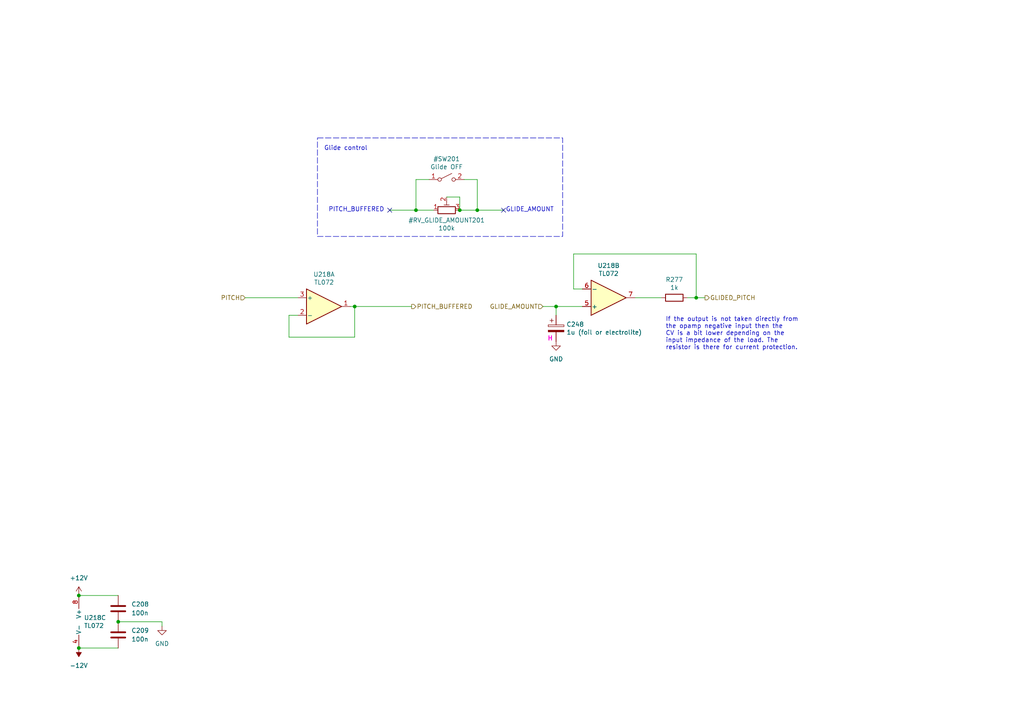
<source format=kicad_sch>
(kicad_sch (version 20231120) (generator "eeschema") (generator_version "8.0")
  (paper "A4")
  (title_block (title "Glide"))
  (lib_symbols
    (symbol "+12V_1" (power) (pin_names (offset 0))
      (property "Value" "+12V_1" (at 0 3.556 0))
      (symbol "+12V_1_0_1"
        (polyline (pts (xy -0.762 1.27) (xy 0 2.54)))
        (polyline (pts (xy 0 0) (xy 0 2.54)))
        (polyline (pts (xy 0 2.54) (xy 0.762 1.27)))
      )
      (symbol "+12V_1_1_1"
        (pin power_in line (at 0 0 90) (length 0) hide (name "+12V") (number "1"))
      )
    )
    (symbol "-12V_1" (power) (pin_names (offset 0))
      (property "Value" "-12V_1" (at 0 3.81 0))
      (symbol "-12V_1_0_0"
        (pin power_in line (at 0 0 90) (length 0) hide (name "-12V") (number "1"))
      )
      (symbol "-12V_1_0_1"
        (polyline (pts (xy 0 0) (xy 0 1.27) (xy 0.762 1.27) (xy 0 2.54) (xy -0.762 1.27) (xy 0 1.27)) (fill (type outline)))
      )
    )
    (symbol "Amplifier_Operational:TL072" (pin_names (offset 0.127))
      (property "Reference" "U" (at 0 5.08 0))
      (property "Value" "TL072" (at 0 -5.08 0))
      (symbol "TL072_1_1"
        (polyline (pts (xy -5.08 5.08) (xy 5.08 0) (xy -5.08 -5.08) (xy -5.08 5.08)) (stroke (width 0.254)) (fill (type background)))
        (pin output line (at 7.62 0 180) (length 2.54) (name "~") (number "1"))
        (pin input line (at -7.62 -2.54 0) (length 2.54) (name "-") (number "2"))
        (pin input line (at -7.62 2.54 0) (length 2.54) (name "+") (number "3"))
      )
      (symbol "TL072_2_1"
        (polyline (pts (xy -5.08 5.08) (xy 5.08 0) (xy -5.08 -5.08) (xy -5.08 5.08)) (stroke (width 0.254)) (fill (type background)))
        (pin input line (at -7.62 2.54 0) (length 2.54) (name "+") (number "5"))
        (pin input line (at -7.62 -2.54 0) (length 2.54) (name "-") (number "6"))
        (pin output line (at 7.62 0 180) (length 2.54) (name "~") (number "7"))
      )
      (symbol "TL072_3_1"
        (pin power_in line (at -2.54 -7.62 90) (length 3.81) (name "V-") (number "4"))
        (pin power_in line (at -2.54 7.62 270) (length 3.81) (name "V+") (number "8"))
      )
    )
    (symbol "Device:C" (pin_numbers hide) (pin_names (offset 0.254))
      (property "Reference" "C" (at 0.635 2.54 0))
      (property "Value" "C" (at 0.635 -2.54 0))
      (symbol "C_0_1"
        (polyline (pts (xy -2.032 -0.762) (xy 2.032 -0.762)) (stroke (width 0.508)))
        (polyline (pts (xy -2.032 0.762) (xy 2.032 0.762)) (stroke (width 0.508)))
      )
      (symbol "C_1_1"
        (pin passive line (at 0 3.81 270) (length 2.794) (name "~") (number "1"))
        (pin passive line (at 0 -3.81 90) (length 2.794) (name "~") (number "2"))
      )
    )
    (symbol "Device:C_Polarized" (pin_numbers hide) (pin_names (offset 0.254))
      (property "Reference" "C" (at 0.635 2.54 0))
      (property "Value" "C_Polarized" (at 0.635 -2.54 0))
      (symbol "C_Polarized_0_1"
        (rectangle (start -2.286 0.508) (end 2.286 1.016))
        (polyline (pts (xy -1.778 2.286) (xy -0.762 2.286)))
        (polyline (pts (xy -1.27 2.794) (xy -1.27 1.778)))
        (rectangle (start 2.286 -0.508) (end -2.286 -1.016) (fill (type outline)))
      )
      (symbol "C_Polarized_1_1"
        (pin passive line (at 0 3.81 270) (length 2.794) (name "~") (number "1"))
        (pin passive line (at 0 -3.81 90) (length 2.794) (name "~") (number "2"))
      )
    )
    (symbol "Device:R" (pin_numbers hide) (pin_names (offset 0))
      (property "Reference" "R" (at 2.032 0 90))
      (property "Value" "R" (at 0 0 90))
      (symbol "R_0_1"
        (rectangle (start -1.016 -2.54) (end 1.016 2.54) (stroke (width 0.254)))
      )
      (symbol "R_1_1"
        (pin passive line (at 0 3.81 270) (length 1.27) (name "~") (number "1"))
        (pin passive line (at 0 -3.81 90) (length 1.27) (name "~") (number "2"))
      )
    )
    (symbol "Device:R_Potentiometer_Trim" (pin_names (offset 1.016) hide)
      (property "Reference" "RV" (at -4.445 0 90))
      (property "Value" "R_Potentiometer_Trim" (at -2.54 0 90))
      (symbol "R_Potentiometer_Trim_0_1"
        (polyline (pts (xy 1.524 0.762) (xy 1.524 -0.762)))
        (polyline (pts (xy 2.54 0) (xy 1.524 0)))
        (rectangle (start 1.016 2.54) (end -1.016 -2.54) (stroke (width 0.254)))
      )
      (symbol "R_Potentiometer_Trim_1_1"
        (pin passive line (at 0 3.81 270) (length 1.27) (name "1") (number "1"))
        (pin passive line (at 3.81 0 180) (length 1.27) (name "2") (number "2"))
        (pin passive line (at 0 -3.81 90) (length 1.27) (name "3") (number "3"))
      )
    )
    (symbol "GND_2" (power) (pin_names (offset 0))
      (property "Value" "GND_2" (at 0 -3.81 0))
      (symbol "GND_2_0_1"
        (polyline (pts (xy 0 0) (xy 0 -1.27) (xy 1.27 -1.27) (xy 0 -2.54) (xy -1.27 -1.27) (xy 0 -1.27)))
      )
      (symbol "GND_2_1_1"
        (pin power_in line (at 0 0 270) (length 0) hide (name "GND") (number "1"))
      )
    )
    (symbol "Switch:SW_SPST" (pin_names (offset 0) hide)
      (property "Reference" "SW" (at 0 3.175 0))
      (property "Value" "SW_SPST" (at 0 -2.54 0))
      (symbol "SW_SPST_0_0"
        (circle (center -2.032 0) (radius 0.508))
        (polyline (pts (xy -1.524 0.254) (xy 1.524 1.778)))
        (circle (center 2.032 0) (radius 0.508))
      )
      (symbol "SW_SPST_1_1"
        (pin passive line (at -5.08 0 0) (length 2.54) (name "A") (number "1"))
        (pin passive line (at 5.08 0 180) (length 2.54) (name "B") (number "2"))
      )
    )
    (symbol "power:GND" (power) (pin_names (offset 0))
      (property "Value" "GND" (at 0 -3.81 0))
      (symbol "GND_0_1"
        (polyline (pts (xy 0 0) (xy 0 -1.27) (xy 1.27 -1.27) (xy 0 -2.54) (xy -1.27 -1.27) (xy 0 -1.27)))
      )
      (symbol "GND_1_1"
        (pin power_in line (at 0 0 270) (length 0) hide (name "GND") (number "1"))
      )
    )
  )
  (junction (at 161.29 88.9))
  (junction (at 201.93 86.36))
  (junction (at 102.87 88.9))
  (junction (at 34.29 180.34))
  (junction (at 133.35 60.96))
  (junction (at 138.43 60.96))
  (junction (at 120.65 60.96))
  (junction (at 22.86 172.72))
  (junction (at 22.86 187.96))
  (no_connect (at 113.03 60.96))
  (no_connect (at 146.05 60.96))
  (wire (pts (xy 120.65 60.96) (xy 125.73 60.96)))
  (wire (pts (xy 199.39 86.36) (xy 201.93 86.36)))
  (wire (pts (xy 86.36 91.44) (xy 83.82 91.44)))
  (wire (pts (xy 138.43 60.96) (xy 146.05 60.96)))
  (wire (pts (xy 157.48 88.9) (xy 161.29 88.9)))
  (wire (pts (xy 161.29 88.9) (xy 168.91 88.9)))
  (wire (pts (xy 46.99 181.61) (xy 46.99 180.34)))
  (wire (pts (xy 134.62 52.07) (xy 138.43 52.07)))
  (wire (pts (xy 102.87 88.9) (xy 101.6 88.9)))
  (wire (pts (xy 113.03 60.96) (xy 120.65 60.96)))
  (wire (pts (xy 184.15 86.36) (xy 191.77 86.36)))
  (wire (pts (xy 161.29 91.44) (xy 161.29 88.9)))
  (wire (pts (xy 168.91 83.82) (xy 166.37 83.82)))
  (wire (pts (xy 129.54 57.15) (xy 133.35 57.15)))
  (wire (pts (xy 46.99 180.34) (xy 34.29 180.34)))
  (wire (pts (xy 34.29 187.96) (xy 22.86 187.96)))
  (wire (pts (xy 138.43 60.96) (xy 133.35 60.96)))
  (wire (pts (xy 102.87 97.79) (xy 102.87 88.9)))
  (wire (pts (xy 166.37 73.66) (xy 201.93 73.66)))
  (wire (pts (xy 201.93 86.36) (xy 204.47 86.36)))
  (wire (pts (xy 133.35 57.15) (xy 133.35 60.96)))
  (wire (pts (xy 71.12 86.36) (xy 86.36 86.36)))
  (wire (pts (xy 34.29 172.72) (xy 22.86 172.72)))
  (wire (pts (xy 138.43 52.07) (xy 138.43 60.96)))
  (wire (pts (xy 120.65 52.07) (xy 120.65 60.96)))
  (wire (pts (xy 102.87 88.9) (xy 119.38 88.9)))
  (wire (pts (xy 166.37 83.82) (xy 166.37 73.66)))
  (wire (pts (xy 201.93 73.66) (xy 201.93 86.36)))
  (wire (pts (xy 83.82 97.79) (xy 102.87 97.79)))
  (wire (pts (xy 124.46 52.07) (xy 120.65 52.07)))
  (wire (pts (xy 83.82 91.44) (xy 83.82 97.79)))
  (rectangle (start 92.075 40.005) (end 163.195 68.58) (stroke (width 0) (type dash)))
  (text "GLIDE_AMOUNT" (at 146.685 61.595 0) (effects (font (size 1.27 1.27)) (justify left bottom)))
  (text "PITCH_BUFFERED" (at 95.25 61.595 0) (effects (font (size 1.27 1.27)) (justify left bottom)))
  (text "If the output is not taken directly from\nthe opamp negative input then the \nCV is a bit lower depending on the\ninput impedance of the load. The \nresistor is there for current protection." (at 193.04 101.6 0) (effects (font (size 1.27 1.27)) (justify left bottom)))
  (text "H" (at 158.75 99.06 0) (effects (font (size 1.27 1.27) (thickness 0.254) (bold yes)) (justify left bottom)))
  (text "Glide control" (at 93.98 43.815 0) (effects (font (size 1.27 1.27)) (justify left bottom)))
  (hierarchical_label "PITCH" (shape input) (at 71.12 86.36 180))
  (hierarchical_label "PITCH_BUFFERED" (shape output) (at 119.38 88.9 0))
  (hierarchical_label "GLIDED_PITCH" (shape output) (at 204.47 86.36 0))
  (hierarchical_label "GLIDE_AMOUNT" (shape input) (at 157.48 88.9 180))
  (symbol (lib_name "+12V_1") (lib_id "power:+12V") (at 22.86 172.72 0) (unit 1)
    (property "Reference" "#PWR0306" (effects (hide yes)))
    (property "Value" "+12V" (at 22.86 167.64 0))
  )
  (symbol (lib_id "Amplifier_Operational:TL072") (at 93.98 88.9 0) (unit 1)
    (property "Reference" "U218" (at 93.98 79.5782 0))
    (property "Value" "TL072" (at 93.98 81.8896 0))
    (property "Footprint" "Package_SO:SOIC-8_3.9x4.9mm_P1.27mm" (effects (hide yes)))
    (property "Datasheet" "http://www.ti.com/lit/ds/symlink/tl071.pdf" (effects (hide yes)))
    (property "LCSC" "C6961" (effects (hide yes)))
    (property "Vendor" "JLCPCB" (effects (hide yes)))
    (instances (project "core-rev-3" (path "" (reference "U218") (unit 1))) (project "hog-f1-control" (path "" (reference "U7") (unit 1))))
  )
  (symbol (lib_id "Amplifier_Operational:TL072") (at 25.4 180.34 0) (unit 3)
    (property "Reference" "U218" (at 24.3332 179.1716 0) (effects (justify left)))
    (property "Value" "TL072" (at 24.3332 181.483 0) (effects (justify left)))
    (property "Footprint" "Package_SO:SOIC-8_3.9x4.9mm_P1.27mm" (effects (hide yes)))
    (property "Datasheet" "http://www.ti.com/lit/ds/symlink/tl071.pdf" (effects (hide yes)))
    (property "LCSC" "C6961" (effects (hide yes)))
    (property "Vendor" "JLCPCB" (effects (hide yes)))
    (instances (project "core-rev-3" (path "" (reference "U218") (unit 3))) (project "hog-f1-control" (path "" (reference "U7") (unit 3))))
  )
  (symbol (lib_id "Device:C") (at 34.29 176.53 0) (unit 1)
    (property "Reference" "C208" (at 38.1 175.26 0) (effects (justify left)))
    (property "Value" "100n" (at 38.1 177.8 0) (effects (justify left)))
    (property "Footprint" "Capacitor_SMD:C_0603_1608Metric" (effects (hide yes)))
    (property "LCSC" "C14663" (effects (hide yes)))
    (property "Vendor" "JLCPCB" (effects (hide yes)))
    (instances (project "A-psu-voice-proto-4l" (path "" (reference "C208") (unit 1))) (project "core-rev-3" (path "" (reference "C205") (unit 1)) (path "" (reference "C215") (unit 1)) (path "" (reference "C246") (unit 1))) (project "hog-v2-voice-proto" (path "" (reference "C208") (unit 1))))
  )
  (symbol (lib_id "power:GND") (at 46.99 181.61 0) (unit 1)
    (property "Reference" "#PWR0308" (effects (hide yes)))
    (property "Value" "GND" (at 46.99 186.69 0))
  )
  (symbol (lib_id "Device:C_Polarized") (at 161.29 95.25 0) (unit 1)
    (property "Reference" "C248" (at 164.2872 94.0816 0) (effects (justify left)))
    (property "Value" "1u (foil or electrolite)" (at 164.2872 96.393 0) (effects (justify left)))
    (property "Footprint" "Capacitor_THT:C_Rect_L7.2mm_W5.5mm_P5.00mm_FKS2_FKP2_MKS2_MKP2" (effects (hide yes)))
    (property "Part No." "80-R82EC4100Z370K " (effects (hide yes)))
    (property "Part URL" "https://mou.sr/3ZROEn2" (effects (hide yes)))
    (property "Vendor" "Mouser" (effects (hide yes)))
    (instances (project "core-rev-3" (path "" (reference "C248") (unit 1))) (project "hog-f1-control" (path "" (reference "C16") (unit 1))))
  )
  (symbol (lib_id "Amplifier_Operational:TL072") (at 176.53 86.36 0) (mirror x) (unit 2)
    (property "Reference" "U218" (at 176.53 77.0382 0))
    (property "Value" "TL072" (at 176.53 79.3496 0))
    (property "Footprint" "Package_SO:SOIC-8_3.9x4.9mm_P1.27mm" (effects (hide yes)))
    (property "Datasheet" "http://www.ti.com/lit/ds/symlink/tl071.pdf" (effects (hide yes)))
    (property "LCSC" "C6961" (effects (hide yes)))
    (property "Vendor" "JLCPCB" (effects (hide yes)))
    (instances (project "core-rev-3" (path "" (reference "U218") (unit 2))) (project "hog-f1-control" (path "" (reference "U7") (unit 2))))
  )
  (symbol (lib_id "Device:R") (at 195.58 86.36 270) (unit 1)
    (property "Reference" "R277" (at 195.58 81.1022 90))
    (property "Value" "1k" (at 195.58 83.4136 90))
    (property "Footprint" "Resistor_SMD:R_0603_1608Metric" (effects (hide yes)))
    (property "LCSC" "C21190" (effects (hide yes)))
    (property "Vendor" "JLCPCB" (effects (hide yes)))
    (instances (project "core-rev-3" (path "" (reference "R277") (unit 1))) (project "hog-f1-control" (path "" (reference "R29") (unit 1))))
  )
  (symbol (lib_id "Device:C") (at 34.29 184.15 0) (unit 1)
    (property "Reference" "C209" (at 38.1 182.88 0) (effects (justify left)))
    (property "Value" "100n" (at 38.1 185.42 0) (effects (justify left)))
    (property "Footprint" "Capacitor_SMD:C_0603_1608Metric" (effects (hide yes)))
    (property "LCSC" "C14663" (effects (hide yes)))
    (property "Vendor" "JLCPCB" (effects (hide yes)))
    (instances (project "A-psu-voice-proto-4l" (path "" (reference "C209") (unit 1))) (project "core-rev-3" (path "" (reference "C206") (unit 1)) (path "" (reference "C216") (unit 1)) (path "" (reference "C247") (unit 1))) (project "hog-v2-voice-proto" (path "" (reference "C209") (unit 1))))
  )
  (symbol (lib_name "-12V_1") (lib_id "power:-12V") (at 22.86 187.96 180) (unit 1)
    (property "Reference" "#PWR0307" (effects (hide yes)))
    (property "Value" "-12V" (at 22.86 193.04 0))
  )
  (symbol (lib_name "GND_2") (lib_id "power:GND") (at 161.29 99.06 0) (unit 1)
    (property "Reference" "#PWR0310" (effects (hide yes)))
    (property "Value" "GND" (at 161.29 104.14 0))
  )
  (symbol (lib_id "Switch:SW_SPST") (at 129.54 52.07 0) (unit 1)
    (property "Reference" "#SW201" (at 129.54 46.101 0))
    (property "Value" "Glide OFF" (at 129.54 48.4124 0))
    (instances (project "core-rev-3" (path "" (reference "#SW201") (unit 1))) (project "hog-f1-control" (path "" (reference "#SW1") (unit 1))))
  )
  (symbol (lib_id "Device:R_Potentiometer_Trim") (at 129.54 60.96 90) (unit 1)
    (property "Reference" "#RV_GLIDE_AMOUNT201" (at 129.54 63.881 90))
    (property "Value" "100k" (at 129.54 66.1924 90))
    (instances (project "core-rev-3" (path "" (reference "#RV_GLIDE_AMOUNT201") (unit 1))) (project "hog-f1-control" (path "" (reference "#RV_GLIDE_AMOUNT1") (unit 1))))
  )
)
</source>
